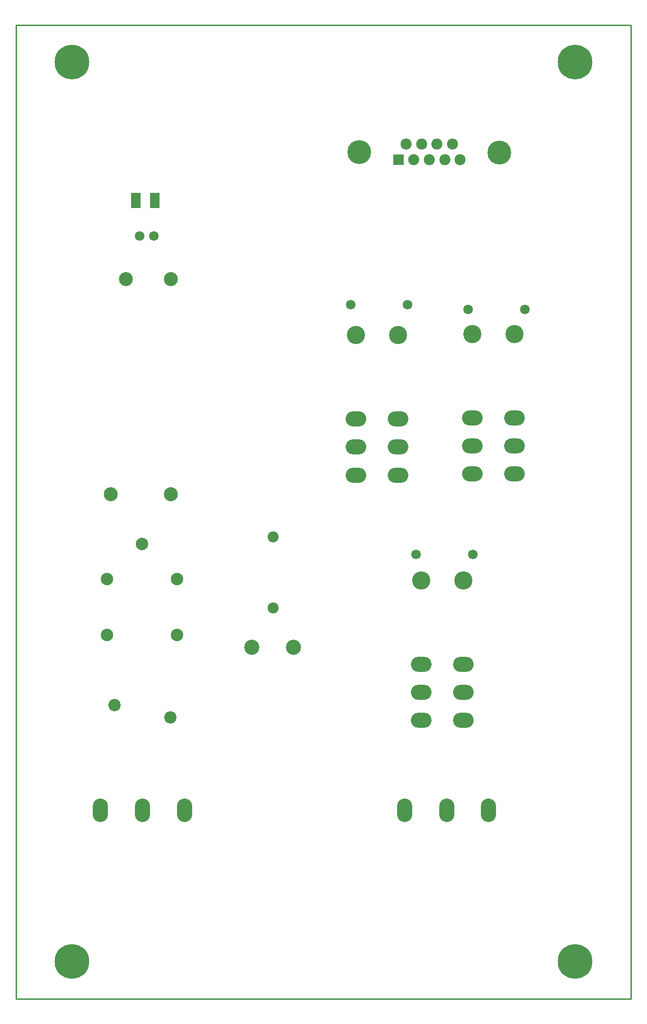
<source format=gts>
G04*
G04 #@! TF.GenerationSoftware,Altium Limited,Altium Designer,20.1.14 (287)*
G04*
G04 Layer_Color=8388736*
%FSLAX25Y25*%
%MOIN*%
G70*
G04*
G04 #@! TF.SameCoordinates,1EE4E3D8-8180-470A-B355-4EF36BE04676*
G04*
G04*
G04 #@! TF.FilePolarity,Negative*
G04*
G01*
G75*
%ADD10C,0.01000*%
%ADD15R,0.06787X0.10787*%
%ADD16C,0.16787*%
%ADD17C,0.07787*%
%ADD18R,0.07787X0.07787*%
%ADD19C,0.08661*%
%ADD20C,0.10630*%
%ADD21C,0.08787*%
%ADD22C,0.09843*%
%ADD23C,0.06787*%
%ADD24O,0.14567X0.10630*%
%ADD25C,0.12787*%
%ADD26O,0.10630X0.16535*%
%ADD27C,0.24410*%
D10*
X-216535Y-342520D02*
Y342520D01*
X216535D01*
Y-342520D02*
Y342520D01*
X-216535Y-342520D02*
X216535D01*
D15*
X-118783Y219291D02*
D03*
X-132283D02*
D03*
D16*
X123721Y252661D02*
D03*
X25121Y253161D02*
D03*
D17*
X90821Y258661D02*
D03*
X79921D02*
D03*
X69021D02*
D03*
X58121D02*
D03*
X96221Y247661D02*
D03*
X85321D02*
D03*
X74421D02*
D03*
X63521D02*
D03*
X-35433Y-17520D02*
D03*
Y-67520D02*
D03*
D18*
X52621Y247661D02*
D03*
D19*
X-107874Y-144488D02*
D03*
X-147244Y-135827D02*
D03*
D20*
X-21063Y-95276D02*
D03*
X-50591D02*
D03*
D21*
X-103347Y-86614D02*
D03*
X-152559D02*
D03*
X-103347Y-47244D02*
D03*
X-152559D02*
D03*
X-127953Y-22638D02*
D03*
D22*
X-107677Y12402D02*
D03*
X-150000D02*
D03*
X-107677Y163976D02*
D03*
X-139173D02*
D03*
D23*
X-119528Y194095D02*
D03*
X-129528D02*
D03*
X101732Y142520D02*
D03*
X141732D02*
D03*
X19055Y145669D02*
D03*
X59055D02*
D03*
X64961Y-29921D02*
D03*
X104961D02*
D03*
D24*
X104921Y26772D02*
D03*
Y46457D02*
D03*
Y66142D02*
D03*
X134449Y26772D02*
D03*
Y46457D02*
D03*
Y66142D02*
D03*
X68898Y-146457D02*
D03*
Y-126772D02*
D03*
Y-107087D02*
D03*
X98425Y-146457D02*
D03*
Y-126772D02*
D03*
Y-107087D02*
D03*
X22835Y25984D02*
D03*
Y45669D02*
D03*
Y65354D02*
D03*
X52362Y25984D02*
D03*
Y45669D02*
D03*
Y65354D02*
D03*
D25*
X134449Y125197D02*
D03*
X104921D02*
D03*
X98425Y-48031D02*
D03*
X68898D02*
D03*
X52362Y124409D02*
D03*
X22835D02*
D03*
D26*
X-157087Y-209842D02*
D03*
X-127559D02*
D03*
X-98032D02*
D03*
X57087D02*
D03*
X86614D02*
D03*
X116142D02*
D03*
D27*
X-177165Y316339D02*
D03*
X177165D02*
D03*
Y-316339D02*
D03*
X-177165D02*
D03*
M02*

</source>
